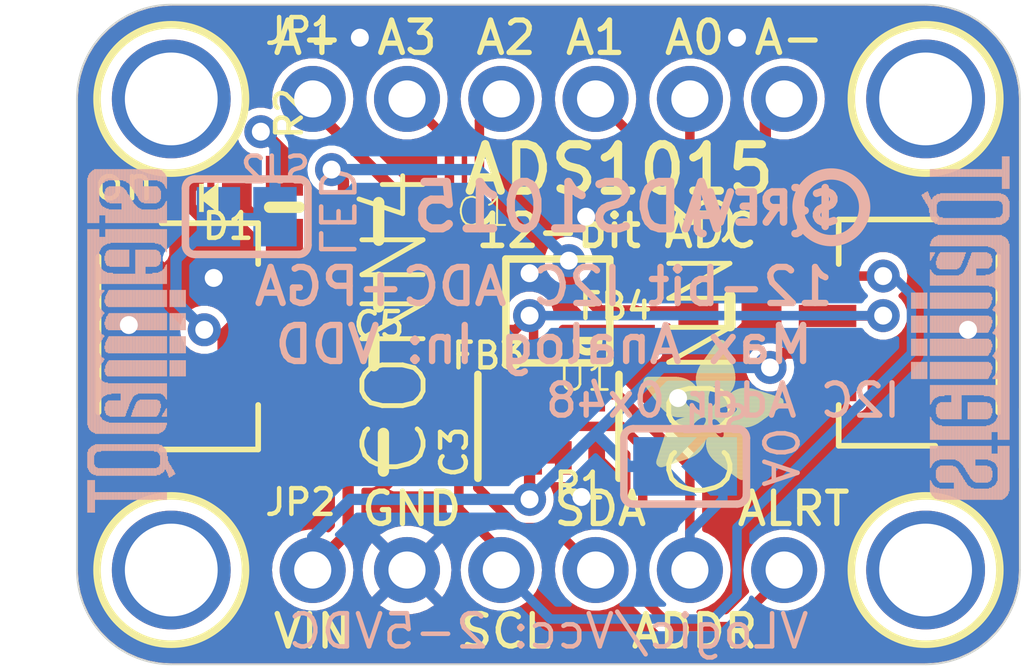
<source format=kicad_pcb>
(kicad_pcb (version 20221018) (generator pcbnew)
  (layers (0 "F.Cu" signal) (31 "B.Cu" signal) (34 "B.Paste" user) (35 "F.Paste" user) (36 "B.SilkS" user "B.Silkscreen") (37 "F.SilkS" user "F.Silkscreen") (38 "B.Mask" user) (39 "F.Mask" user) (44 "Edge.Cuts" user))
  (net 0 "")
  (net 1 "GND")
  (net 2 "SCL")
  (net 3 "SDA")
  (net 4 "ADDR")
  (net 5 "ALERT")
  (net 6 "AIN0")
  (net 7 "AIN1")
  (net 8 "AIN2")
  (net 9 "AIN3")
  (net 10 "VCC")
  (net 11 "N$3")
  (net 12 "AVDD")
  (net 13 "AGND")
  (net 14 "N$1")
  (footprint "working:MOUNTINGHOLE_2.5_PLATED" (layer "F.Cu") (at 138.3411 98.6536)
    (fp_text reference "U$25" hide)
    (fp_text value "MOUNTINGHOLE2.5" hide)
    (pad "P$1" thru_hole circle (at 0 0) (size 3.2 3.2) (drill 2.5) (layers "*.Cu" "*.Mask"))
    (zone (net 0) (net_name "") (layer "F.Cu") (connect_pads (clearance 0)) (min_thickness 0.25)
      (keepout (tracks not_allowed) (vias not_allowed) (pads not_allowed) (copperpour not_allowed) (footprints allowed))
      (fill (thermal_gap 0.5) (thermal_bridge_width 0.5))
      (polygon (pts (xy 140.3571 98.6536) (xy 140.33748 98.373027) (xy 140.279004 98.097915) (xy 140.182808 97.833619) (xy 140.050765 97.585283) (xy 139.885446 97.35774) (xy 139.690067 97.15542) (xy 139.468433 96.98226) (xy 139.224856 96.841631) (xy 138.964078 96.73627) (xy 138.691175 96.668228) (xy 138.411457 96.638828) (xy 138.130371 96.648644) (xy 137.853385 96.697484) (xy 137.585893 96.784397) (xy 137.3331 96.907693) (xy 137.099926 97.06497) (xy 136.890911 97.253169) (xy 136.710122 97.468625) (xy 136.561078 97.707145) (xy 136.44668 97.964087) (xy 136.369154 98.23445) (xy 136.330011 98.512971) (xy 136.330011 98.794229) (xy 136.369154 99.07275) (xy 136.44668 99.343113) (xy 136.561078 99.600055) (xy 136.710122 99.838575) (xy 136.890911 100.054031) (xy 137.099926 100.24223) (xy 137.3331 100.399507) (xy 137.585893 100.522803) (xy 137.853385 100.609716) (xy 138.130371 100.658556) (xy 138.411457 100.668372) (xy 138.691175 100.638972) (xy 138.964078 100.57093) (xy 139.224856 100.465569) (xy 139.468433 100.32494) (xy 139.690067 100.15178) (xy 139.885446 99.94946) (xy 140.050765 99.721917) (xy 140.182808 99.473581) (xy 140.279004 99.209285) (xy 140.33748 98.934173)))
      (polygon (pts (xy 138.3251 98.6536) (xy 138.329786 98.664914) (xy 138.3411 98.6696) (xy 138.352414 98.664914) (xy 138.3571 98.6536) (xy 138.352414 98.642286) (xy 138.3411 98.6376) (xy 138.329786 98.642286)))
    )
    (zone (net 0) (net_name "") (layer "B.Cu") (connect_pads (clearance 0)) (min_thickness 0.25)
      (keepout (tracks not_allowed) (vias not_allowed) (pads not_allowed) (copperpour not_allowed) (footprints allowed))
      (fill (thermal_gap 0.5) (thermal_bridge_width 0.5))
      (polygon (pts (xy 140.3571 98.6536) (xy 140.33748 98.373027) (xy 140.279004 98.097915) (xy 140.182808 97.833619) (xy 140.050765 97.585283) (xy 139.885446 97.35774) (xy 139.690067 97.15542) (xy 139.468433 96.98226) (xy 139.224856 96.841631) (xy 138.964078 96.73627) (xy 138.691175 96.668228) (xy 138.411457 96.638828) (xy 138.130371 96.648644) (xy 137.853385 96.697484) (xy 137.585893 96.784397) (xy 137.3331 96.907693) (xy 137.099926 97.06497) (xy 136.890911 97.253169) (xy 136.710122 97.468625) (xy 136.561078 97.707145) (xy 136.44668 97.964087) (xy 136.369154 98.23445) (xy 136.330011 98.512971) (xy 136.330011 98.794229) (xy 136.369154 99.07275) (xy 136.44668 99.343113) (xy 136.561078 99.600055) (xy 136.710122 99.838575) (xy 136.890911 100.054031) (xy 137.099926 100.24223) (xy 137.3331 100.399507) (xy 137.585893 100.522803) (xy 137.853385 100.609716) (xy 138.130371 100.658556) (xy 138.411457 100.668372) (xy 138.691175 100.638972) (xy 138.964078 100.57093) (xy 139.224856 100.465569) (xy 139.468433 100.32494) (xy 139.690067 100.15178) (xy 139.885446 99.94946) (xy 140.050765 99.721917) (xy 140.182808 99.473581) (xy 140.279004 99.209285) (xy 140.33748 98.934173)))
      (polygon (pts (xy 138.3251 98.6536) (xy 138.329786 98.664914) (xy 138.3411 98.6696) (xy 138.352414 98.664914) (xy 138.3571 98.6536) (xy 138.352414 98.642286) (xy 138.3411 98.6376) (xy 138.329786 98.642286)))
    )
  )
  (footprint "working:MSOP10" (layer "F.Cu") (at 148.7551 104.3686 90)
    (fp_text reference "U1" (at -1.778 1.524) (layer "F.SilkS") (effects (font (size 0.739648 0.739648) (thickness 0.073152)) (justify right)))
    (fp_text value "ADS1015IDGST")
    (pad "1" smd rect (at -1 2.1131 90) (size 0.25 1) (layers "F.Cu" "F.Paste" "F.Mask") (net 4 "ADDR"))
    (pad "2" smd rect (at -0.5 2.1131 90) (size 0.25 1) (layers "F.Cu" "F.Paste" "F.Mask") (net 5 "ALERT"))
    (pad "3" smd rect (at 0 2.1131 90) (size 0.25 1) (layers "F.Cu" "F.Paste" "F.Mask") (net 13 "AGND"))
    (pad "4" smd rect (at 0.5 2.1131 90) (size 0.25 1) (layers "F.Cu" "F.Paste" "F.Mask") (net 6 "AIN0"))
    (pad "5" smd rect (at 1 2.1131 90) (size 0.25 1) (layers "F.Cu" "F.Paste" "F.Mask") (net 7 "AIN1"))
    (pad "6" smd rect (at 1 -2.1131 270) (size 0.25 1) (layers "F.Cu" "F.Paste" "F.Mask") (net 8 "AIN2"))
    (pad "7" smd rect (at 0.5 -2.1131 270) (size 0.25 1) (layers "F.Cu" "F.Paste" "F.Mask") (net 9 "AIN3"))
    (pad "8" smd rect (at 0 -2.1131 270) (size 0.25 1) (layers "F.Cu" "F.Paste" "F.Mask") (net 12 "AVDD"))
    (pad "9" smd rect (at -0.5 -2.1131 270) (size 0.25 1) (layers "F.Cu" "F.Paste" "F.Mask") (net 3 "SDA"))
    (pad "10" smd rect (at -1 -2.1131 270) (size 0.25 1) (layers "F.Cu" "F.Paste" "F.Mask") (net 2 "SCL"))
  )
  (footprint "working:MOUNTINGHOLE_2.5_PLATED" (layer "F.Cu") (at 158.6611 111.3536)
    (fp_text reference "U$30" hide)
    (fp_text value "MOUNTINGHOLE2.5" hide)
    (pad "P$1" thru_hole circle (at 0 0) (size 3.2 3.2) (drill 2.5) (layers "*.Cu" "*.Mask"))
    (zone (net 0) (net_name "") (layer "F.Cu") (connect_pads (clearance 0)) (min_thickness 0.25)
      (keepout (tracks not_allowed) (vias not_allowed) (pads not_allowed) (copperpour not_allowed) (footprints allowed))
      (fill (thermal_gap 0.5) (thermal_bridge_width 0.5))
      (polygon (pts (xy 160.6771 111.3536) (xy 160.65748 111.073027) (xy 160.599004 110.797915) (xy 160.502808 110.533619) (xy 160.370765 110.285283) (xy 160.205446 110.05774) (xy 160.010067 109.85542) (xy 159.788433 109.68226) (xy 159.544856 109.541631) (xy 159.284078 109.43627) (xy 159.011175 109.368228) (xy 158.731457 109.338828) (xy 158.450371 109.348644) (xy 158.173385 109.397484) (xy 157.905893 109.484397) (xy 157.6531 109.607693) (xy 157.419926 109.76497) (xy 157.210911 109.953169) (xy 157.030122 110.168625) (xy 156.881078 110.407145) (xy 156.76668 110.664087) (xy 156.689154 110.93445) (xy 156.650011 111.212971) (xy 156.650011 111.494229) (xy 156.689154 111.77275) (xy 156.76668 112.043113) (xy 156.881078 112.300055) (xy 157.030122 112.538575) (xy 157.210911 112.754031) (xy 157.419926 112.94223) (xy 157.6531 113.099507) (xy 157.905893 113.222803) (xy 158.173385 113.309716) (xy 158.450371 113.358556) (xy 158.731457 113.368372) (xy 159.011175 113.338972) (xy 159.284078 113.27093) (xy 159.544856 113.165569) (xy 159.788433 113.02494) (xy 160.010067 112.85178) (xy 160.205446 112.64946) (xy 160.370765 112.421917) (xy 160.502808 112.173581) (xy 160.599004 111.909285) (xy 160.65748 111.634173)))
      (polygon (pts (xy 158.6451 111.3536) (xy 158.649786 111.364914) (xy 158.6611 111.3696) (xy 158.672414 111.364914) (xy 158.6771 111.3536) (xy 158.672414 111.342286) (xy 158.6611 111.3376) (xy 158.649786 111.342286)))
    )
    (zone (net 0) (net_name "") (layer "B.Cu") (connect_pads (clearance 0)) (min_thickness 0.25)
      (keepout (tracks not_allowed) (vias not_allowed) (pads not_allowed) (copperpour not_allowed) (footprints allowed))
      (fill (thermal_gap 0.5) (thermal_bridge_width 0.5))
      (polygon (pts (xy 160.6771 111.3536) (xy 160.65748 111.073027) (xy 160.599004 110.797915) (xy 160.502808 110.533619) (xy 160.370765 110.285283) (xy 160.205446 110.05774) (xy 160.010067 109.85542) (xy 159.788433 109.68226) (xy 159.544856 109.541631) (xy 159.284078 109.43627) (xy 159.011175 109.368228) (xy 158.731457 109.338828) (xy 158.450371 109.348644) (xy 158.173385 109.397484) (xy 157.905893 109.484397) (xy 157.6531 109.607693) (xy 157.419926 109.76497) (xy 157.210911 109.953169) (xy 157.030122 110.168625) (xy 156.881078 110.407145) (xy 156.76668 110.664087) (xy 156.689154 110.93445) (xy 156.650011 111.212971) (xy 156.650011 111.494229) (xy 156.689154 111.77275) (xy 156.76668 112.043113) (xy 156.881078 112.300055) (xy 157.030122 112.538575) (xy 157.210911 112.754031) (xy 157.419926 112.94223) (xy 157.6531 113.099507) (xy 157.905893 113.222803) (xy 158.173385 113.309716) (xy 158.450371 113.358556) (xy 158.731457 113.368372) (xy 159.011175 113.338972) (xy 159.284078 113.27093) (xy 159.544856 113.165569) (xy 159.788433 113.02494) (xy 160.010067 112.85178) (xy 160.205446 112.64946) (xy 160.370765 112.421917) (xy 160.502808 112.173581) (xy 160.599004 111.909285) (xy 160.65748 111.634173)))
      (polygon (pts (xy 158.6451 111.3536) (xy 158.649786 111.364914) (xy 158.6611 111.3696) (xy 158.672414 111.364914) (xy 158.6771 111.3536) (xy 158.672414 111.342286) (xy 158.6611 111.3376) (xy 158.649786 111.342286)))
    )
  )
  (footprint "working:JST_SH4" (layer "F.Cu") (at 138.4681 105.0036 -90)
    (fp_text reference "CONN4" (at -4.6 -5.9 90) (layer "F.SilkS") (effects (font (size 1.647139 1.647139) (thickness 0.130861)) (justify right)))
    (fp_text value "STEMMA_I2C_QT" hide)
    (pad "1" smd rect (at -1.5 -2.514) (size 1.55 0.6) (layers "F.Cu" "F.Paste" "F.Mask") (net 1 "GND"))
    (pad "2" smd rect (at -0.5 -2.514) (size 1.55 0.6) (layers "F.Cu" "F.Paste" "F.Mask") (net 10 "VCC"))
    (pad "3" smd rect (at 0.5 -2.514) (size 1.55 0.6) (layers "F.Cu" "F.Paste" "F.Mask") (net 3 "SDA"))
    (pad "4" smd rect (at 1.5 -2.514) (size 1.55 0.6) (layers "F.Cu" "F.Paste" "F.Mask") (net 2 "SCL"))
    (pad "MT1" smd rect (at -2.8 1.386) (size 1.8 1.2) (layers "F.Cu" "F.Paste" "F.Mask") (net 1 "GND"))
    (pad "MT2" smd rect (at 2.8 1.386) (size 1.8 1.2) (layers "F.Cu" "F.Paste" "F.Mask") (net 1 "GND"))
  )
  (footprint "working:1X06_ROUND_70" (layer "F.Cu") (at 148.5011 111.3536)
    (fp_text reference "JP2" (at -7.6962 -1.8288) (layer "F.SilkS") (effects (font (size 0.692831 0.692831) (thickness 0.119969)) (justify left)))
    (fp_text value "")
    (pad "1" thru_hole circle (at -6.35 0 90) (size 1.778 1.778) (drill 1) (layers "*.Cu" "*.Mask") (net 10 "VCC"))
    (pad "2" thru_hole circle (at -3.81 0 90) (size 1.778 1.778) (drill 1) (layers "*.Cu" "*.Mask") (net 1 "GND"))
    (pad "3" thru_hole circle (at -1.27 0 90) (size 1.778 1.778) (drill 1) (layers "*.Cu" "*.Mask") (net 2 "SCL"))
    (pad "4" thru_hole circle (at 1.27 0 90) (size 1.778 1.778) (drill 1) (layers "*.Cu" "*.Mask") (net 3 "SDA"))
    (pad "5" thru_hole circle (at 3.81 0 90) (size 1.778 1.778) (drill 1) (layers "*.Cu" "*.Mask") (net 4 "ADDR"))
    (pad "6" thru_hole circle (at 6.35 0 90) (size 1.778 1.778) (drill 1) (layers "*.Cu" "*.Mask") (net 5 "ALERT"))
  )
  (footprint "working:CHIPLED_0603_NOOUTLINE" (layer "F.Cu") (at 139.3571 101.3206 90)
    (fp_text reference "D1" (at -0.762 1.27) (layer "F.SilkS") (effects (font (size 0.692831 0.692831) (thickness 0.119969)) (justify right)))
    (fp_text value "GREEN")
    (pad "A" smd rect (at 0 0.75 90) (size 0.8 0.8) (layers "F.Cu" "F.Paste" "F.Mask") (net 11 "N$3"))
    (pad "C" smd rect (at 0 -0.75 90) (size 0.8 0.8) (layers "F.Cu" "F.Paste" "F.Mask") (net 1 "GND"))
  )
  (footprint "working:0805-NO" (layer "F.Cu") (at 144.0561 108.1786)
    (fp_text reference "C3" (at 1.905 -0.762 90) (layer "F.SilkS") (effects (font (size 0.692831 0.692831) (thickness 0.119969)) (justify right)))
    (fp_text value "10uF")
    (pad "1" smd rect (at -0.95 0) (size 1.24 1.5) (layers "F.Cu" "F.Paste" "F.Mask") (net 10 "VCC"))
    (pad "2" smd rect (at 0.95 0) (size 1.24 1.5) (layers "F.Cu" "F.Paste" "F.Mask") (net 1 "GND"))
  )
  (footprint "working:MOUNTINGHOLE_2.5_PLATED" (layer "F.Cu") (at 158.6611 98.6536)
    (fp_text reference "U$27" hide)
    (fp_text value "MOUNTINGHOLE2.5" hide)
    (pad "P$1" thru_hole circle (at 0 0) (size 3.2 3.2) (drill 2.5) (layers "*.Cu" "*.Mask"))
    (zone (net 0) (net_name "") (layer "F.Cu") (connect_pads (clearance 0)) (min_thickness 0.25)
      (keepout (tracks not_allowed) (vias not_allowed) (pads not_allowed) (copperpour not_allowed) (footprints allowed))
      (fill (thermal_gap 0.5) (thermal_bridge_width 0.5))
      (polygon (pts (xy 160.6771 98.6536) (xy 160.65748 98.373027) (xy 160.599004 98.097915) (xy 160.502808 97.833619) (xy 160.370765 97.585283) (xy 160.205446 97.35774) (xy 160.010067 97.15542) (xy 159.788433 96.98226) (xy 159.544856 96.841631) (xy 159.284078 96.73627) (xy 159.011175 96.668228) (xy 158.731457 96.638828) (xy 158.450371 96.648644) (xy 158.173385 96.697484) (xy 157.905893 96.784397) (xy 157.6531 96.907693) (xy 157.419926 97.06497) (xy 157.210911 97.253169) (xy 157.030122 97.468625) (xy 156.881078 97.707145) (xy 156.76668 97.964087) (xy 156.689154 98.23445) (xy 156.650011 98.512971) (xy 156.650011 98.794229) (xy 156.689154 99.07275) (xy 156.76668 99.343113) (xy 156.881078 99.600055) (xy 157.030122 99.838575) (xy 157.210911 100.054031) (xy 157.419926 100.24223) (xy 157.6531 100.399507) (xy 157.905893 100.522803) (xy 158.173385 100.609716) (xy 158.450371 100.658556) (xy 158.731457 100.668372) (xy 159.011175 100.638972) (xy 159.284078 100.57093) (xy 159.544856 100.465569) (xy 159.788433 100.32494) (xy 160.010067 100.15178) (xy 160.205446 99.94946) (xy 160.370765 99.721917) (xy 160.502808 99.473581) (xy 160.599004 99.209285) (xy 160.65748 98.934173)))
      (polygon (pts (xy 158.6451 98.6536) (xy 158.649786 98.664914) (xy 158.6611 98.6696) (xy 158.672414 98.664914) (xy 158.6771 98.6536) (xy 158.672414 98.642286) (xy 158.6611 98.6376) (xy 158.649786 98.642286)))
    )
    (zone (net 0) (net_name "") (layer "B.Cu") (connect_pads (clearance 0)) (min_thickness 0.25)
      (keepout (tracks not_allowed) (vias not_allowed) (pads not_allowed) (copperpour not_allowed) (footprints allowed))
      (fill (thermal_gap 0.5) (thermal_bridge_width 0.5))
      (polygon (pts (xy 160.6771 98.6536) (xy 160.65748 98.373027) (xy 160.599004 98.097915) (xy 160.502808 97.833619) (xy 160.370765 97.585283) (xy 160.205446 97.35774) (xy 160.010067 97.15542) (xy 159.788433 96.98226) (xy 159.544856 96.841631) (xy 159.284078 96.73627) (xy 159.011175 96.668228) (xy 158.731457 96.638828) (xy 158.450371 96.648644) (xy 158.173385 96.697484) (xy 157.905893 96.784397) (xy 157.6531 96.907693) (xy 157.419926 97.06497) (xy 157.210911 97.253169) (xy 157.030122 97.468625) (xy 156.881078 97.707145) (xy 156.76668 97.964087) (xy 156.689154 98.23445) (xy 156.650011 98.512971) (xy 156.650011 98.794229) (xy 156.689154 99.07275) (xy 156.76668 99.343113) (xy 156.881078 99.600055) (xy 157.030122 99.838575) (xy 157.210911 100.054031) (xy 157.419926 100.24223) (xy 157.6531 100.399507) (xy 157.905893 100.522803) (xy 158.173385 100.609716) (xy 158.450371 100.658556) (xy 158.731457 100.668372) (xy 159.011175 100.638972) (xy 159.284078 100.57093) (xy 159.544856 100.465569) (xy 159.788433 100.32494) (xy 160.010067 100.15178) (xy 160.205446 99.94946) (xy 160.370765 99.721917) (xy 160.502808 99.473581) (xy 160.599004 99.209285) (xy 160.65748 98.934173)))
      (polygon (pts (xy 158.6451 98.6536) (xy 158.649786 98.664914) (xy 158.6611 98.6696) (xy 158.672414 98.664914) (xy 158.6771 98.6536) (xy 158.672414 98.642286) (xy 158.6611 98.6376) (xy 158.649786 98.642286)))
    )
  )
  (footprint "working:0603-NO" (layer "F.Cu") (at 153.3906 104.3686 180)
    (fp_text reference "FB4" (at 2.032 0.127) (layer "F.SilkS") (effects (font (size 0.692831 0.692831) (thickness 0.119969)) (justify right)))
    (fp_text value "FERRITE")
    (pad "1" smd rect (at -0.85 0 180) (size 1.075 1) (layers "F.Cu" "F.Paste" "F.Mask") (net 1 "GND"))
    (pad "2" smd rect (at 0.85 0 180) (size 1.075 1) (layers "F.Cu" "F.Paste" "F.Mask") (net 13 "AGND"))
  )
  (footprint "working:ADAFRUIT_3.5MM" (layer "F.Cu") (at 151.0411 108.9406)
    (fp_text reference "U$32" hide)
    (fp_text value "" hide)
  )
  (footprint "working:FIDUCIAL_1MM" (layer "F.Cu") (at 140.8811 109.0676)
    (fp_text reference "FID3" hide)
    (fp_text value "FIDUCIAL_1MM" hide)
    (pad "1" smd roundrect (at 0 0) (size 1 1) (layers "F.Cu" "F.Mask") (roundrect_rratio 0.5))
  )
  (footprint "working:0805-NO" (layer "F.Cu") (at 143.9291 101.9556)
    (fp_text reference "C1" (at 2.032 -0.254) (layer "F.SilkS") (effects (font (size 0.75948 0.75948) (thickness 0.05332)) (justify left)))
    (fp_text value "10µF")
    (pad "1" smd rect (at -0.95 0) (size 1.24 1.5) (layers "F.Cu" "F.Paste" "F.Mask") (net 13 "AGND"))
    (pad "2" smd rect (at 0.95 0) (size 1.24 1.5) (layers "F.Cu" "F.Paste" "F.Mask") (net 12 "AVDD"))
  )
  (footprint "working:0603-NO" (layer "F.Cu") (at 143.9291 103.8606 180)
    (fp_text reference "C5" (at -0.762 -0.889) (layer "F.SilkS") (effects (font (size 0.692831 0.692831) (thickness 0.119969)) (justify right)))
    (fp_text value "0.1uF")
    (pad "1" smd rect (at -0.85 0 180) (size 1.075 1) (layers "F.Cu" "F.Paste" "F.Mask") (net 12 "AVDD"))
    (pad "2" smd rect (at 0.85 0 180) (size 1.075 1) (layers "F.Cu" "F.Paste" "F.Mask") (net 13 "AGND"))
  )
  (footprint "working:0603-NO" (layer "F.Cu") (at 143.8021 105.4481)
    (fp_text reference "FB3" (at 2.032 0.127) (layer "F.SilkS") (effects (font (size 0.692831 0.692831) (thickness 0.119969)) (justify left)))
    (fp_text value "FERRITE")
    (pad "1" smd rect (at -0.85 0) (size 1.075 1) (layers "F.Cu" "F.Paste" "F.Mask") (net 10 "VCC"))
    (pad "2" smd rect (at 0.85 0) (size 1.075 1) (layers "F.Cu" "F.Paste" "F.Mask") (net 12 "AVDD"))
  )
  (footprint "working:MOUNTINGHOLE_2.5_PLATED" (layer "F.Cu") (at 138.3411 111.3536)
    (fp_text reference "U$29" hide)
    (fp_text value "MOUNTINGHOLE2.5" hide)
    (pad "P$1" thru_hole circle (at 0 0) (size 3.2 3.2) (drill 2.5) (layers "*.Cu" "*.Mask"))
    (zone (net 0) (net_name "") (layer "F.Cu") (connect_pads (clearance 0)) (min_thickness 0.25)
      (keepout (tracks not_allowed) (vias not_allowed) (pads not_allowed) (copperpour not_allowed) (footprints allowed))
      (fill (thermal_gap 0.5) (thermal_bridge_width 0.5))
      (polygon (pts (xy 140.3571 111.3536) (xy 140.33748 111.073027) (xy 140.279004 110.797915) (xy 140.182808 110.533619) (xy 140.050765 110.285283) (xy 139.885446 110.05774) (xy 139.690067 109.85542) (xy 139.468433 109.68226) (xy 139.224856 109.541631) (xy 138.964078 109.43627) (xy 138.691175 109.368228) (xy 138.411457 109.338828) (xy 138.130371 109.348644) (xy 137.853385 109.397484) (xy 137.585893 109.484397) (xy 137.3331 109.607693) (xy 137.099926 109.76497) (xy 136.890911 109.953169) (xy 136.710122 110.168625) (xy 136.561078 110.407145) (xy 136.44668 110.664087) (xy 136.369154 110.93445) (xy 136.330011 111.212971) (xy 136.330011 111.494229) (xy 136.369154 111.77275) (xy 136.44668 112.043113) (xy 136.561078 112.300055) (xy 136.710122 112.538575) (xy 136.890911 112.754031) (xy 137.099926 112.94223) (xy 137.3331 113.099507) (xy 137.585893 113.222803) (xy 137.853385 113.309716) (xy 138.130371 113.358556) (xy 138.411457 113.368372) (xy 138.691175 113.338972) (xy 138.964078 113.27093) (xy 139.224856 113.165569) (xy 139.468433 113.02494) (xy 139.690067 112.85178) (xy 139.885446 112.64946) (xy 140.050765 112.421917) (xy 140.182808 112.173581) (xy 140.279004 111.909285) (xy 140.33748 111.634173)))
      (polygon (pts (xy 138.3251 111.3536) (xy 138.329786 111.364914) (xy 138.3411 111.3696) (xy 138.352414 111.364914) (xy 138.3571 111.3536) (xy 138.352414 111.342286) (xy 138.3411 111.3376) (xy 138.329786 111.342286)))
    )
    (zone (net 0) (net_name "") (layer "B.Cu") (connect_pads (clearance 0)) (min_thickness 0.25)
      (keepout (tracks not_allowed) (vias not_allowed) (pads not_allowed) (copperpour not_allowed) (footprints allowed))
      (fill (thermal_gap 0.5) (thermal_bridge_width 0.5))
      (polygon (pts (xy 140.3571 111.3536) (xy 140.33748 111.073027) (xy 140.279004 110.797915) (xy 140.182808 110.533619) (xy 140.050765 110.285283) (xy 139.885446 110.05774) (xy 139.690067 109.85542) (xy 139.468433 109.68226) (xy 139.224856 109.541631) (xy 138.964078 109.43627) (xy 138.691175 109.368228) (xy 138.411457 109.338828) (xy 138.130371 109.348644) (xy 137.853385 109.397484) (xy 137.585893 109.484397) (xy 137.3331 109.607693) (xy 137.099926 109.76497) (xy 136.890911 109.953169) (xy 136.710122 110.168625) (xy 136.561078 110.407145) (xy 136.44668 110.664087) (xy 136.369154 110.93445) (xy 136.330011 111.212971) (xy 136.330011 111.494229) (xy 136.369154 111.77275) (xy 136.44668 112.043113) (xy 136.561078 112.300055) (xy 136.710122 112.538575) (xy 136.890911 112.754031) (xy 137.099926 112.94223) (xy 137.3331 113.099507) (xy 137.585893 113.222803) (xy 137.853385 113.309716) (xy 138.130371 113.358556) (xy 138.411457 113.368372) (xy 138.691175 113.338972) (xy 138.964078 113.27093) (xy 139.224856 113.165569) (xy 139.468433 113.02494) (xy 139.690067 112.85178) (xy 139.885446 112.64946) (xy 140.050765 112.421917) (xy 140.182808 112.173581) (xy 140.279004 111.909285) (xy 140.33748 111.634173)))
      (polygon (pts (xy 138.3251 111.3536) (xy 138.329786 111.364914) (xy 138.3411 111.3696) (xy 138.352414 111.364914) (xy 138.3571 111.3536) (xy 138.352414 111.342286) (xy 138.3411 111.3376) (xy 138.329786 111.342286)))
    )
  )
  (footprint "working:0603-NO" (layer "F.Cu") (at 141.3891 101.5746 90)
    (fp_text reference "R2" (at 1.778 0.127 90) (layer "F.SilkS") (effects (font (size 0.692831 0.692831) (thickness 0.119969)) (justify left)))
    (fp_text value "10K")
    (pad "1" smd rect (at -0.85 0 90) (size 1.075 1) (layers "F.Cu" "F.Paste" "F.Mask") (net 11 "N$3"))
    (pad "2" smd rect (at 0.85 0 90) (size 1.075 1) (layers "F.Cu" "F.Paste" "F.Mask") (net 14 "N$1"))
  )
  (footprint "working:1X06_ROUND_70" (layer "F.Cu") (at 148.5011 98.6536)
    (fp_text reference "JP1" (at -7.6962 -1.8288) (layer "F.SilkS") (effects (font (size 0.692831 0.692831) (thickness 0.119969)) (justify left)))
    (fp_text value "")
    (pad "1" thru_hole circle (at -6.35 0 90) (size 1.778 1.778) (drill 1) (layers "*.Cu" "*.Mask") (net 12 "AVDD"))
    (pad "2" thru_hole circle (at -3.81 0 90) (size 1.778 1.778) (drill 1) (layers "*.Cu" "*.Mask") (net 9 "AIN3"))
    (pad "3" thru_hole circle (at -1.27 0 90) (size 1.778 1.778) (drill 1) (layers "*.Cu" "*.Mask") (net 8 "AIN2"))
    (pad "4" thru_hole circle (at 1.27 0 90) (size 1.778 1.778) (drill 1) (layers "*.Cu" "*.Mask") (net 7 "AIN1"))
    (pad "5" thru_hole circle (at 3.81 0 90) (size 1.778 1.778) (drill 1) (layers "*.Cu" "*.Mask") (net 6 "AIN0"))
    (pad "6" thru_hole circle (at 6.35 0 90) (size 1.778 1.778) (drill 1) (layers "*.Cu" "*.Mask") (net 13 "AGND"))
  )
  (footprint "working:JST_SH4" (layer "F.Cu") (at 158.5341 105.0036 90)
    (fp_text reference "CONN3" (at -4.6 -5.9 90) (layer "F.SilkS") (effects (font (size 1.647139 1.647139) (thickness 0.130861)) (justify left)))
    (fp_text value "STEMMA_I2C_QT" hide)
    (pad "1" smd rect (at -1.5 -2.514 180) (size 1.55 0.6) (layers "F.Cu" "F.Paste" "F.Mask") (net 1 "GND"))
    (pad "2" smd rect (at -0.5 -2.514 180) (size 1.55 0.6) (layers "F.Cu" "F.Paste" "F.Mask") (net 10 "VCC"))
    (pad "3" smd rect (at 0.5 -2.514 180) (size 1.55 0.6) (layers "F.Cu" "F.Paste" "F.Mask") (net 3 "SDA"))
    (pad "4" smd rect (at 1.5 -2.514 180) (size 1.55 0.6) (layers "F.Cu" "F.Paste" "F.Mask") (net 2 "SCL"))
    (pad "MT1" smd rect (at -2.8 1.386 180) (size 1.8 1.2) (layers "F.Cu" "F.Paste" "F.Mask") (net 1 "GND"))
    (pad "MT2" smd rect (at 2.8 1.386 180) (size 1.8 1.2) (layers "F.Cu" "F.Paste" "F.Mask") (net 1 "GND"))
  )
  (footprint "working:FIDUCIAL_1MM" (layer "F.Cu") (at 156.1211 100.9396)
    (fp_text reference "FID4" hide)
    (fp_text value "FIDUCIAL_1MM" hide)
    (pad "1" smd roundrect (at 0 0) (size 1 1) (layers "F.Cu" "F.Mask") (roundrect_rratio 0.5))
  )
  (footprint "working:RESPACK_4X0603" (layer "F.Cu") (at 148.5011 107.4801 180)
    (fp_text reference "R1" (at -1.6 -1.6) (layer "F.SilkS") (effects (font (size 0.692831 0.692831) (thickness 0.119969)) (justify right)))
    (fp_text value "10K")
    (pad "1" smd rect (at -1.3 0.85 180) (size 0.45 0.9) (layers "F.Cu" "F.Paste" "F.Mask") (net 4 "ADDR"))
    (pad "2" smd rect (at -0.4 0.85 180) (size 0.45 0.9) (layers "F.Cu" "F.Paste" "F.Mask") (net 5 "ALERT"))
    (pad "3" smd rect (at 0.4 0.85 180) (size 0.45 0.9) (layers "F.Cu" "F.Paste" "F.Mask") (net 3 "SDA"))
    (pad "4" smd rect (at 1.3 0.85 180) (size 0.45 0.9) (layers "F.Cu" "F.Paste" "F.Mask") (net 2 "SCL"))
    (pad "5" smd rect (at 1.3 -0.85 180) (size 0.45 0.9) (layers "F.Cu" "F.Paste" "F.Mask") (net 10 "VCC"))
    (pad "6" smd rect (at 0.4 -0.85 180) (size 0.45 0.9) (layers "F.Cu" "F.Paste" "F.Mask") (net 10 "VCC"))
    (pad "7" smd rect (at -0.4 -0.85 180) (size 0.45 0.9) (layers "F.Cu" "F.Paste" "F.Mask") (net 10 "VCC"))
    (pad "8" smd rect (at -1.3 -0.85 180) (size 0.45 0.9) (layers "F.Cu" "F.Paste" "F.Mask") (net 1 "GND"))
  )
  (footprint "working:STEMMAQT" (layer "B.Cu") (at 158.2801 109.4486 90)
    (fp_text reference "U$34" hide)
    (fp_text value "" hide)
  )
  (footprint "working:STEMMAQT" (layer "B.Cu") (at 138.7221 100.5586 -90)
    (fp_text reference "U$35" hide)
    (fp_text value "" hide)
  )
  (footprint "working:PCBFEAT-REV-040" (layer "B.Cu") (at 156.1211 101.5746 180)
    (fp_text reference "U$33" hide)
    (fp_text value "" hide)
    (fp_text user "${REV}" (at -0.3556 -0.508) (layer "B.SilkS") (effects (font (size 0.8128 0.8128) (thickness 0.2032)) (justify left bottom mirror)))
  )
  (footprint "working:SOLDERJUMPER_CLOSEDWIRE" (layer "B.Cu") (at 140.3731 101.8286 180)
    (fp_text reference "SJ2" (at -1.778 1.27) (layer "B.SilkS") (effects (font (size 0.692831 0.692831) (thickness 0.119969)) (justify left mirror)))
    (fp_text value "")
    (pad "1" smd rect (at -0.762 0 180) (size 1.1684 1.6002) (layers "B.Cu") (net 14 "N$1"))
    (pad "2" smd rect (at 0.762 0 180) (size 1.1684 1.6002) (layers "B.Cu") (net 10 "VCC"))
    (pad "WIRE" smd rect (at 0 0) (size 0.635 0.2032) (layers "B.Cu"))
  )
  (footprint "working:SOLDERJUMPER_ARROW_NOPASTE" (layer "B.Cu") (at 152.1841 108.5596 180)
    (fp_text reference "SJ1" (at -1.778 1.27) (layer "B.SilkS") (effects (font (size 0.692831 0.692831) (thickness 0.119969)) (justify left mirror)))
    (fp_text value "")
    (fp_poly (pts (xy 0.106121 -0.002663) (xy -0.679416 -0.7882) (xy -1.3946 -0.7882) (xy -1.3946 0.7882) (xy -0.62715 0.7882)) (fill solid) (layer "B.Cu"))
    (fp_poly (pts (xy 1.3946 -0.7882) (xy -0.315893 -0.7882) (xy 0.443148 0) (xy -0.315893 0.7882) (xy 1.3946 0.7882)) (fill solid) (layer "B.Cu"))
    (pad "1" smd roundrect (at -1.016 0 180) (size 0.762 1.524) (layers "B.Cu") (net 4 "ADDR"))
    (pad "2" smd roundrect (at 1.016 0 180) (size 0.762 1.524) (layers "B.Cu") (net 10 "VCC"))
  )
  (gr_arc (start 135.8011 98.6536) (mid 136.545049 96.857549) (end 138.3411 96.1136) (stroke (width 0.05)) (layer "Edge.Cuts"))
  (gr_line (start 158.6611 96.1136) (end 138.3411 96.1136) (stroke (width 0.05)) (layer "Edge.Cuts"))
  (gr_line (start 135.8011 98.6536) (end 135.8011 111.3536) (stroke (width 0.05)) (layer "Edge.Cuts"))
  (gr_line (start 161.2011 111.3536) (end 161.2011 98.6536) (stroke (width 0.05)) (layer "Edge.Cuts"))
  (gr_arc (start 161.2011 111.3536) (mid 160.457151 113.149651) (end 158.6611 113.8936) (stroke (width 0.05)) (layer "Edge.Cuts"))
  (gr_line (start 138.3411 113.8936) (end 158.6611 113.8936) (stroke (width 0.05)) (layer "Edge.Cuts"))
  (gr_arc (start 158.6611 96.1136) (mid 160.457151 96.857549) (end 161.2011 98.6536) (stroke (width 0.05)) (layer "Edge.Cuts"))
  (gr_arc (start 138.3411 113.8936) (mid 136.545049 113.149651) (end 135.8011 111.3536) (stroke (width 0.05)) (layer "Edge.Cuts"))
  (gr_text "I2C Addr 0x48" (at 153.2001 106.7816) (layer "B.SilkS") (effects (font (size 0.87376 0.87376) (thickness 0.14224)) (justify mirror)))
  (gr_text "12-bit I2C ADC+PGA\nMax Analog In: VDD" (at 148.3741 104.4956) (layer "B.SilkS") (effects (font (size 0.97155 0.97155) (thickness 0.17145)) (justify mirror)))
  (gr_text "ADS1015" (at 149.0091 101.5746) (layer "B.SilkS") (effects (font (size 1.25222 1.25222) (thickness 0.22098)) (justify mirror)))
  (gr_text "VLogic/Vcc: 2-5VDC" (at 148.5011 113.0046) (layer "B.SilkS") (effects (font (size 0.89408 0.89408) (thickness 0.12192)) (justify mirror)))
  (gr_text "A0" (at 154.7241 108.3056 -90) (layer "B.SilkS") (effects (font (size 0.89408 0.89408) (thickness 0.12192)) (justify mirror)))
  (gr_text "LED" (at 142.7861 101.7016 -90) (layer "B.SilkS") (effects (font (size 0.89408 0.89408) (thickness 0.12192)) (justify mirror)))
  (gr_text "ADS1015" (at 150.4061 100.5586) (layer "F.SilkS") (effects (font (size 1.25222 1.25222) (thickness 0.22098))))
  (gr_text "A3" (at 144.6911 97.0026) (layer "F.SilkS") (effects (font (size 0.87376 0.87376) (thickness 0.14224))))
  (gr_text "SCL" (at 147.3581 113.0046) (layer "F.SilkS") (effects (font (size 0.87376 0.87376) (thickness 0.14224))))
  (gr_text "A0" (at 152.4381 97.0026) (layer "F.SilkS") (effects (font (size 0.87376 0.87376) (thickness 0.14224))))
  (gr_text "ALRT" (at 155.1051 109.7026) (layer "F.SilkS") (effects (font (size 0.87376 0.87376) (thickness 0.14224))))
  (gr_text "on" (at 136.1821 101.4476) (layer "F.SilkS") (effects (font (size 0.89408 0.89408) (thickness 0.12192)) (justify left bottom)))
  (gr_text "VIN" (at 142.1511 113.0046) (layer "F.SilkS") (effects (font (size 0.87376 0.87376) (thickness 0.14224))))
  (gr_text "ADDR" (at 152.4381 113.0046) (layer "F.SilkS") (effects (font (size 0.87376 0.87376) (thickness 0.14224))))
  (gr_text "SDA" (at 149.8981 109.7026) (layer "F.SilkS") (effects (font (size 0.87376 0.87376) (thickness 0.14224))))
  (gr_text "A2" (at 147.3581 97.0026) (layer "F.SilkS") (effects (font (size 0.87376 0.87376) (thickness 0.14224))))
  (gr_text "A1" (at 149.7711 97.0026) (layer "F.SilkS") (effects (font (size 0.87376 0.87376) (thickness 0.14224))))
  (gr_text "A+" (at 142.0241 97.0026) (layer "F.SilkS") (effects (font (size 0.87376 0.87376) (thickness 0.14224))))
  (gr_text "12-bit ADC" (at 150.3426 102.2096) (layer "F.SilkS") (effects (font (size 0.8636 0.8636) (thickness 0.1524))))
  (gr_text "A-" (at 154.9781 97.0026) (layer "F.SilkS") (effects (font (size 0.87376 0.87376) (thickness 0.14224))))
  (gr_text "GND" (at 144.8181 109.7026) (layer "F.SilkS") (effects (font (size 0.87376 0.87376) (thickness 0.14224))))
  (via (at 137.1981 104.7496) (size 0.889) (drill 0.4826) (layers "F.Cu" "B.Cu") (net 1))
  (via (at 159.8041 104.8766) (size 0.889) (drill 0.4826) (layers "F.Cu" "B.Cu") (net 1))
  (via (at 149.3901 109.3851) (size 0.889) (drill 0.4826) (layers "F.Cu" "B.Cu") (net 1))
  (via (at 149.5171 101.8286) (size 0.889) (drill 0.4826) (layers "F.Cu" "B.Cu") (net 1))
  (via (at 151.9936 106.7181) (size 0.889) (drill 0.4826) (layers "F.Cu" "B.Cu") (net 1))
  (via (at 139.4841 103.4796) (size 0.889) (drill 0.4826) (layers "F.Cu" "B.Cu") (net 1))
  (via (at 143.4211 97.0026) (size 0.889) (drill 0.4826) (layers "F.Cu" "B.Cu") (net 1))
  (via (at 147.9931 103.3526) (size 0.889) (drill 0.4826) (layers "F.Cu" "B.Cu") (net 1))
  (via (at 153.5811 97.0026) (size 0.889) (drill 0.4826) (layers "F.Cu" "B.Cu") (net 1))
  (segment (start 146.642 105.731282) (end 145.361681 107.0116) (width 0.254) (layer "F.Cu") (net 2))
  (segment (start 146.0881 109.7026) (end 147.2311 110.8456) (width 0.254) (layer "F.Cu") (net 2))
  (segment (start 140.9821 106.5036) (end 141.7441 106.5036) (width 0.254) (layer "F.Cu") (net 2))
  (segment (start 147.2011 106.6301) (end 146.6206 106.6301) (width 0.254) (layer "F.Cu") (net 2))
  (segment (start 145.361681 107.0116) (end 142.2521 107.0116) (width 0.254) (layer "F.Cu") (net 2))
  (segment (start 142.2521 107.0116) (end 141.7441 106.5036) (width 0.254) (layer "F.Cu") (net 2))
  (segment (start 156.0949 103.4288) (end 157.5181 103.4288) (width 0.254) (layer "F.Cu") (net 2))
  (segment (start 146.6206 106.6301) (end 146.0881 107.1626) (width 0.254) (layer "F.Cu") (net 2))
  (segment (start 147.2011 105.9277) (end 147.2011 106.6301) (width 0.254) (layer "F.Cu") (net 2))
  (segment (start 146.642 105.3686) (end 147.2011 105.9277) (width 0.254) (layer "F.Cu") (net 2))
  (segment (start 146.642 105.3686) (end 146.642 105.731282) (width 0.254) (layer "F.Cu") (net 2))
  (segment (start 146.0881 107.1626) (end 146.0881 109.7026) (width 0.254) (layer "F.Cu") (net 2))
  (segment (start 147.2311 110.8456) (end 147.2311 111.3536) (width 0.254) (layer "F.Cu") (net 2))
  (segment (start 156.0201 103.5036) (end 156.0949 103.4288) (width 0.254) (layer "F.Cu") (net 2))
  (via (at 157.5181 103.4288) (size 0.889) (drill 0.4826) (layers "F.Cu" "B.Cu") (net 2))
  (segment (start 153.5811 110.2106) (end 153.5811 112.025894) (width 0.254) (layer "B.Cu") (net 2))
  (segment (start 158.2801 103.9368) (end 157.7721 103.4288) (width 0.254) (layer "B.Cu") (net 2))
  (segment (start 157.7721 103.4288) (end 157.5181 103.4288) (width 0.254) (layer "B.Cu") (net 2))
  (segment (start 148.5519 112.6744) (end 147.2311 111.3536) (width 0.254) (layer "B.Cu") (net 2))
  (segment (start 153.5811 112.025894) (end 152.932593 112.6744) (width 0.254) (layer "B.Cu") (net 2))
  (segment (start 152.932593 112.6744) (end 148.5519 112.6744) (width 0.254) (layer "B.Cu") (net 2))
  (segment (start 158.2801 105.5116) (end 158.2801 103.9368) (width 0.254) (layer "B.Cu") (net 2))
  (segment (start 153.5811 110.2106) (end 158.2801 105.5116) (width 0.254) (layer "B.Cu") (net 2))
  (segment (start 146.9136 107.4801) (end 146.5961 107.7976) (width 0.254) (layer "F.Cu") (net 3))
  (segment (start 157.5101 104.5036) (end 157.5181 104.4956) (width 0.254) (layer "F.Cu") (net 3))
  (segment (start 141.4901 105.5036) (end 140.9821 105.5036) (width 0.254) (layer "F.Cu") (net 3))
  (segment (start 145.5801 106.1466) (end 145.3341 106.3926) (width 0.254) (layer "F.Cu") (net 3))
  (segment (start 146.642 104.8686) (end 145.5801 104.8686) (width 0.254) (layer "F.Cu") (net 3))
  (segment (start 145.5801 104.8686) (end 145.5801 106.1466) (width 0.254) (layer "F.Cu") (net 3))
  (segment (start 147.9931 104.4956) (end 147.6201 104.8686) (width 0.254) (layer "F.Cu") (net 3))
  (segment (start 148.6281 110.2106) (end 149.7711 111.3536) (width 0.254) (layer "F.Cu") (net 3))
  (segment (start 156.0201 104.5036) (end 157.5101 104.5036) (width 0.254) (layer "F.Cu") (net 3))
  (segment (start 148.6281 110.2106) (end 147.6756 110.2106) (width 0.254) (layer "F.Cu") (net 3))
  (segment (start 147.9931 104.4956) (end 148.1011 104.6036) (width 0.254) (layer "F.Cu") (net 3))
  (segment (start 147.7391 107.4801) (end 146.9136 107.4801) (width 0.254) (layer "F.Cu") (net 3))
  (segment (start 146.5961 109.1311) (end 147.6756 110.2106) (width 0.254) (layer "F.Cu") (net 3))
  (segment (start 146.5961 107.7976) (end 146.5961 109.1311) (width 0.254) (layer "F.Cu") (net 3))
  (segment (start 148.1011 104.6036) (end 148.1011 106.6301) (width 0.254) (layer "F.Cu") (net 3))
  (segment (start 142.3791 106.3926) (end 141.4901 105.5036) (width 0.254) (layer "F.Cu") (net 3))
  (segment (start 147.6201 104.8686) (end 146.642 104.8686) (width 0.254) (layer "F.Cu") (net 3))
  (segment (start 145.3341 106.3926) (end 142.3791 106.3926) (width 0.254) (layer "F.Cu") (net 3))
  (segment (start 148.1011 107.1181) (end 147.7391 107.4801) (width 0.254) (layer "F.Cu") (net 3))
  (segment (start 148.1011 106.6301) (end 148.1011 107.1181) (width 0.254) (layer "F.Cu") (net 3))
  (via (at 147.9931 104.4956) (size 0.889) (drill 0.4826) (layers "F.Cu" "B.Cu") (net 3))
  (via (at 157.5181 104.4956) (size 0.889) (drill 0.4826) (layers "F.Cu" "B.Cu") (net 3))
  (segment (start 157.5181 104.4956) (end 147.9931 104.4956) (width 0.254) (layer "B.Cu") (net 3))
  (segment (start 150.3816 106.6301) (end 152.3111 108.5596) (width 0.254) (layer "F.Cu") (net 4))
  (segment (start 149.8011 105.3686) (end 149.8011 106.6301) (width 0.254) (layer "F.Cu") (net 4))
  (segment (start 150.8682 105.3686) (end 149.8011 105.3686) (width 0.254) (layer "F.Cu") (net 4))
  (segment (start 152.3111 108.5596) (end 152.3111 111.3536) (width 0.254) (layer "F.Cu") (net 4))
  (segment (start 149.8011 106.6301) (end 150.3816 106.6301) (width 0.254) (layer "F.Cu") (net 4))
  (segment (start 153.2001 109.4486) (end 152.3111 110.3376) (width 0.254) (layer "B.Cu") (net 4))
  (segment (start 153.2001 108.5596) (end 153.2001 109.4486) (width 0.254) (layer "B.Cu") (net 4))
  (segment (start 152.3111 110.3376) (end 152.3111 111.3536) (width 0.254) (layer "B.Cu") (net 4))
  (segment (start 153.4541 112.8776) (end 154.8511 111.4806) (width 0.254) (layer "F.Cu") (net 5))
  (segment (start 151.8031 112.8776) (end 153.4541 112.8776) (width 0.254) (layer "F.Cu") (net 5))
  (segment (start 149.1996 107.4801) (end 150.4696 107.4801) (width 0.254) (layer "F.Cu") (net 5))
  (segment (start 150.4696 107.4801) (end 151.0411 108.0516) (width 0.254) (layer "F.Cu") (net 5))
  (segment (start 154.8511 111.4806) (end 154.8511 111.3536) (width 0.254) (layer "F.Cu") (net 5))
  (segment (start 150.8682 104.8686) (end 148.9011 104.8686) (width 0.254) (layer "F.Cu") (net 5))
  (segment (start 148.9011 104.8686) (end 148.9011 106.6301) (width 0.254) (layer "F.Cu") (net 5))
  (segment (start 148.9011 106.6301) (end 148.9011 107.1816) (width 0.254) (layer "F.Cu") (net 5))
  (segment (start 151.0411 108.0516) (end 151.0411 112.1156) (width 0.254) (layer "F.Cu") (net 5))
  (segment (start 151.0411 112.1156) (end 151.8031 112.8776) (width 0.254) (layer "F.Cu") (net 5))
  (segment (start 148.9011 107.1816) (end 149.1996 107.4801) (width 0.254) (layer "F.Cu") (net 5))
  (segment (start 152.3111 103.0986) (end 152.3111 98.6536) (width 0.254) (layer "F.Cu") (net 6))
  (segment (start 150.8682 103.8686) (end 151.5411 103.8686) (width 0.254) (layer "F.Cu") (net 6))
  (segment (start 151.5411 103.8686) (end 152.3111 103.0986) (width 0.254) (layer "F.Cu") (net 6))
  (segment (start 150.8682 99.7507) (end 149.7711 98.6536) (width 0.254) (layer "F.Cu") (net 7))
  (segment (start 150.8682 103.3686) (end 150.8682 99.7507) (width 0.254) (layer "F.Cu") (net 7))
  (segment (start 146.642 99.2427) (end 147.2311 98.6536) (width 0.254) (layer "F.Cu") (net 8))
  (segment (start 146.642 103.3686) (end 146.642 99.2427) (width 0.254) (layer "F.Cu") (net 8))
  (segment (start 144.6911 98.6536) (end 145.8341 99.7966) (width 0.254) (layer "F.Cu") (net 9))
  (segment (start 145.8341 99.7966) (end 145.8341 103.8686) (width 0.254) (layer "F.Cu") (net 9))
  (segment (start 145.8341 103.8686) (end 146.642 103.8686) (width 0.254) (layer "F.Cu") (net 9))
  (segment (start 142.5981 108.1786) (end 141.8361 107.4166) (width 0.3048) (layer "F.Cu") (net 10))
  (segment (start 139.7381 105.0036) (end 139.7381 106.9086) (width 0.3048) (layer "F.Cu") (net 10))
  (segment (start 142.6346 105.4481) (end 142.9521 105.4481) (width 0.3048) (layer "F.Cu") (net 10))
  (segment (start 139.7381 106.9086) (end 140.2461 107.4166) (width 0.3048) (layer "F.Cu") (net 10))
  (segment (start 154.8591 105.5036) (end 154.4701 105.8926) (width 0.3048) (layer "F.Cu") (net 10))
  (segment (start 148.1011 108.3301) (end 147.9931 108.4381) (width 0.3048) (layer "F.Cu") (net 10))
  (segment (start 142.6346 105.4481) (end 141.6901 104.5036) (width 0.3048) (layer "F.Cu") (net 10))
  (segment (start 142.1511 111.3536) (end 142.1511 111.2926) (width 0.3048) (layer "F.Cu") (net 10))
  (segment (start 142.5981 108.1786) (end 143.1061 108.1786) (width 0.3048) (layer "F.Cu") (net 10))
  (segment (start 143.1061 110.3376) (end 143.1061 108.1786) (width 0.3048) (layer "F.Cu") (net 10))
  (segment (start 156.0201 105.5036) (end 154.8591 105.5036) (width 0.3048) (layer "F.Cu") (net 10))
  (segment (start 147.2011 108.3301) (end 148.1011 108.3301) (width 0.3048) (layer "F.Cu") (net 10))
  (segment (start 139.3571 105.0036) (end 139.7381 105.0036) (width 0.3048) (layer "F.Cu") (net 10))
  (segment (start 140.9821 104.5036) (end 141.6901 104.5036) (width 0.3048) (layer "F.Cu") (net 10))
  (segment (start 143.1061 110.3376) (end 142.1511 111.2926) (width 0.3048) (layer "F.Cu") (net 10))
  (segment (start 140.9821 104.5036) (end 140.2381 104.5036) (width 0.3048) (layer "F.Cu") (net 10))
  (segment (start 139.2301 104.8766) (end 139.3571 105.0036) (width 0.3048) (layer "F.Cu") (net 10))
  (segment (start 140.2461 107.4166) (end 141.8361 107.4166) (width 0.3048) (layer "F.Cu") (net 10))
  (segment (start 140.2381 104.5036) (end 139.7381 105.0036) (width 0.3048) (layer "F.Cu") (net 10))
  (segment (start 148.1011 108.3301) (end 148.9011 108.3301) (width 0.3048) (layer "F.Cu") (net 10))
  (segment (start 147.9931 108.4381) (end 147.9931 109.4486) (width 0.3048) (layer "F.Cu") (net 10))
  (via (at 139.2301 104.8766) (size 0.889) (drill 0.4826) (layers "F.Cu" "B.Cu") (net 10))
  (via (at 154.4701 105.8926) (size 0.889) (drill 0.4826) (layers "F.Cu" "B.Cu") (net 10))
  (via (at 147.9931 109.4486) (size 0.889) (drill 0.4826) (layers "F.Cu" "B.Cu") (net 10))
  (segment (start 151.5491 105.8926) (end 149.7711 107.6706) (width 0.3048) (layer "B.Cu") (net 10))
  (segment (start 143.1671 109.4486) (end 142.1511 110.4646) (width 0.3048) (layer "B.Cu") (net 10))
  (segment (start 150.6601 108.5596) (end 149.7711 107.6706) (width 0.3048) (layer "B.Cu") (net 10))
  (segment (start 149.7711 107.6706) (end 147.9931 109.4486) (width 0.3048) (layer "B.Cu") (net 10))
  (segment (start 138.4681 102.9716) (end 138.4681 104.1146) (width 0.3048) (layer "B.Cu") (net 10))
  (segment (start 138.4681 104.1146) (end 139.2301 104.8766) (width 0.3048) (layer "B.Cu") (net 10))
  (segment (start 142.1511 110.4646) (end 142.1511 111.3536) (width 0.3048) (layer "B.Cu") (net 10))
  (segment (start 154.4701 105.8926) (end 151.5491 105.8926) (width 0.3048) (layer "B.Cu") (net 10))
  (segment (start 139.6111 101.8286) (end 138.4681 102.9716) (width 0.3048) (layer "B.Cu") (net 10))
  (segment (start 151.1681 108.5596) (end 150.6601 108.5596) (width 0.3048) (layer "B.Cu") (net 10))
  (segment (start 147.9931 109.4486) (end 143.1671 109.4486) (width 0.3048) (layer "B.Cu") (net 10))
  (segment (start 140.1071 101.3206) (end 141.3891 102.6026) (width 0.254) (layer "F.Cu") (net 11))
  (segment (start 141.3891 102.4246) (end 141.3891 102.6026) (width 0.254) (layer "F.Cu") (net 11))
  (segment (start 145.1815 104.3686) (end 144.7791 103.9662) (width 0.254) (layer "F.Cu") (net 12))
  (segment (start 144.7791 103.9662) (end 144.7791 103.8606) (width 0.254) (layer "F.Cu") (net 12))
  (segment (start 144.8791 101.9556) (end 144.8791 103.7606) (width 0.3048) (layer "F.Cu") (net 12))
  (segment (start 144.8791 101.6356) (end 144.8791 101.9556) (width 0.3048) (layer "F.Cu") (net 12))
  (segment (start 146.642 104.3686) (end 145.1815 104.3686) (width 0.254) (layer "F.Cu") (net 12))
  (segment (start 144.7791 103.8606) (end 144.6521 103.9876) (width 0.3048) (layer "F.Cu") (net 12))
  (segment (start 144.8791 101.6356) (end 142.1511 98.9076) (width 0.3048) (layer "F.Cu") (net 12))
  (segment (start 142.1511 98.6536) (end 142.1511 98.9076) (width 0.3048) (layer "F.Cu") (net 12))
  (segment (start 144.6521 103.9876) (end 144.6521 105.4481) (width 0.3048) (layer "F.Cu") (net 12))
  (segment (start 144.8791 103.7606) (end 144.7791 103.8606) (width 0.3048) (layer "F.Cu") (net 12))
  (segment (start 152.1371 104.238197) (end 152.006696 104.3686) (width 0.3048) (layer "F.Cu") (net 13))
  (segment (start 142.9791 101.9556) (end 142.9791 103.7606) (width 0.3048) (layer "F.Cu") (net 13))
  (segment (start 150.8682 104.3686) (end 152.006696 104.3686) (width 0.254) (layer "F.Cu") (net 13))
  (segment (start 143.0791 103.8606) (end 142.9791 103.7606) (width 0.3048) (layer "F.Cu") (net 13))
  (segment (start 142.9791 100.8786) (end 142.6591 100.5586) (width 0.3048) (layer "F.Cu") (net 13))
  (segment (start 154.3431 102.159197) (end 152.233081 104.269216) (width 0.3048) (layer "F.Cu") (net 13))
  (segment (start 152.233081 104.269216) (end 152.5406 104.3686) (width 0.254) (layer "F.Cu") (net 13))
  (segment (start 142.9791 101.9556) (end 142.9791 100.8786) (width 0.3048) (layer "F.Cu") (net 13))
  (segment (start 149.8981 104.3686) (end 150.8682 104.3686) (width 0.3048) (layer "F.Cu") (net 13))
  (segment (start 154.3431 99.1616) (end 154.3431 102.159197) (width 0.3048) (layer "F.Cu") (net 13))
  (segment (start 149.8981 104.3686) (end 149.050762 103.521263) (width 0.3048) (layer "F.Cu") (net 13))
  (segment (start 152.1371 104.238197) (end 152.233081 104.269216) (width 0.254) (layer "F.Cu") (net 13))
  (segment (start 149.050762 103.013263) (end 149.050762 103.521263) (width 0.3048) (layer "F.Cu") (net 13))
  (segment (start 154.8511 98.6536) (end 154.3431 99.1616) (width 0.3048) (layer "F.Cu") (net 13))
  (via (at 149.050762 103.013263) (size 0.889) (drill 0.4826) (layers "F.Cu" "B.Cu") (net 13))
  (via (at 142.6591 100.5586) (size 0.889) (drill 0.4826) (layers "F.Cu" "B.Cu") (net 13))
  (segment (start 146.5961 100.5586) (end 149.050762 103.013263) (width 0.3048) (layer "B.Cu") (net 13))
  (segment (start 142.6591 100.5586) (end 146.5961 100.5586) (width 0.3048) (layer "B.Cu") (net 13))
  (segment (start 141.3891 100.7246) (end 141.3891 100.0896) (width 0.3048) (layer "F.Cu") (net 14))
  (segment (start 141.0081 99.7086) (end 140.9264 99.7086) (width 0.3048) (layer "F.Cu") (net 14))
  (segment (start 140.9264 99.7086) (end 140.7541 99.5363) (width 0.3048) (layer "F.Cu") (net 14))
  (segment (start 141.3891 100.0896) (end 141.0081 99.7086) (width 0.3048) (layer "F.Cu") (net 14))
  (via (at 140.7541 99.5363) (size 0.889) (drill 0.4826) (layers "F.Cu" "B.Cu") (net 14))
  (segment (start 141.1351 99.9173) (end 140.7541 99.5363) (width 0.3048) (layer "B.Cu") (net 14))
  (segment (start 141.1351 101.8286) (end 141.1351 99.9173) (width 0.3048) (layer "B.Cu") (net 14))
  (zone (net 1) (net_name "GND") (layer "F.Cu") (priority 6) (connect_pads (clearance 0.000001)) (min_thickness 0.127) (fill yes (thermal_gap 0.304) (thermal_bridge_width 0.304))
    (polygon (pts (xy 161.3281 114.0206) (xy 135.6741 114.0206) (xy 135.6741 95.9866) (xy 161.3281 95.9866)))
  )
  (zone (net 1) (net_name "GND") (layer "B.Cu") (priority 6) (connect_pads (clearance 0.000001)) (min_thickness 0.127) (fill yes (thermal_gap 0.304) (thermal_bridge_width 0.304))
    (polygon (pts (xy 161.3281 114.0206) (xy 135.6741 114.0206) (xy 135.6741 95.9866) (xy 161.3281 95.9866)))
  )
)
</source>
